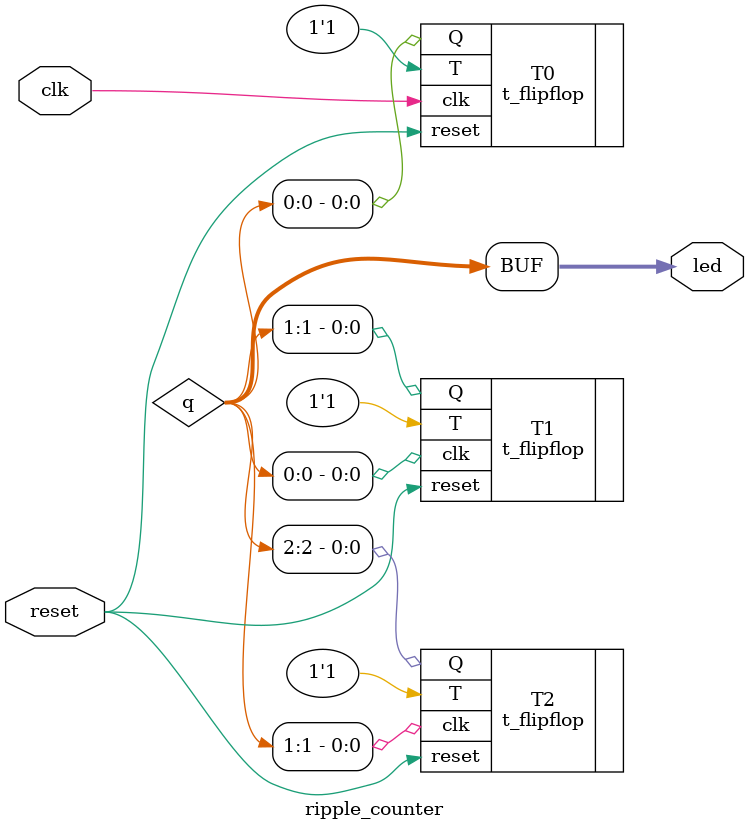
<source format=v>
module ripple_counter(
    input  wire clk,
    input  wire reset,
    output wire [2:0] led  
);
    wire [2:0] q;


    t_flipflop T0 (.clk(clk), 
            .reset(reset),
            .T(1'b1), 
            .Q(q[0]));
    t_flipflop T1 (.clk(q[0]), 
            .reset(reset),
            .T(1'b1), 
            .Q(q[1]));
    t_flipflop T2 (.clk(q[1]), 
            .reset(reset),
            .T(1'b1), 
            .Q(q[2]));

    assign led = q;
endmodule
</source>
